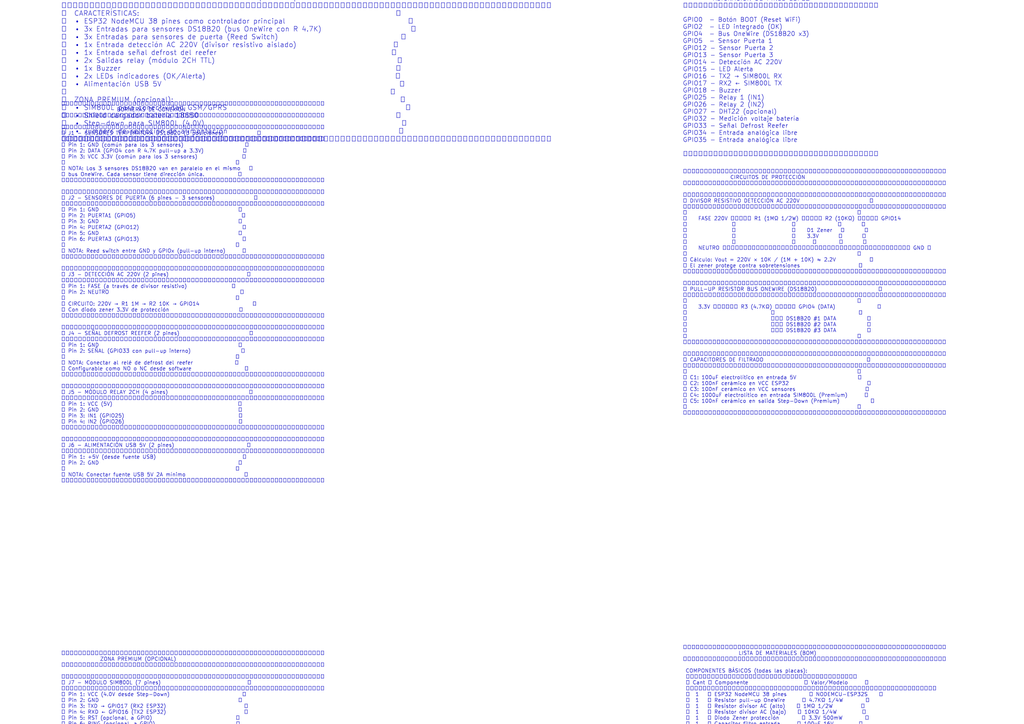
<source format=kicad_sch>
(kicad_sch (version 20230121) (generator eeschema)
  (paper "A3")
  (title_block (title "FrioSeguro - Sistema Monitoreo Reefer") (date "2026-01-13") (rev "1.0") (company "Pandemonium Tech / Pan American Silver") (comment 1 "PCB Modular: Versión Básica y Premium") (comment 2 "Diseñado para ESP32 NodeMCU 38 pines"))
  (lib_symbols)
  (text "╔══════════════════════════════════════════════════════════════════════════════════════╗\n║                           FRIOSEGURO PCB v1.0 - ESQUEMÁTICO                          ║\n║                      Sistema de Monitoreo de Temperatura para Reefers                 ║\n╠══════════════════════════════════════════════════════════════════════════════════════╣\n║  CARACTERÍSTICAS:                                                                     ║\n║  • ESP32 NodeMCU 38 pines como controlador principal                                 ║\n║  • 3x Entradas para sensores DS18B20 (bus OneWire con R 4.7K)                        ║\n║  • 3x Entradas para sensores de puerta (Reed Switch)                                 ║\n║  • 1x Entrada detección AC 220V (divisor resistivo aislado)                          ║\n║  • 1x Entrada señal defrost del reefer                                               ║\n║  • 2x Salidas relay (módulo 2CH TTL)                                                 ║\n║  • 1x Buzzer                                                                          ║\n║  • 2x LEDs indicadores (OK/Alerta)                                                   ║\n║  • Alimentación USB 5V                                                                ║\n║                                                                                       ║\n║  ZONA PREMIUM (opcional):                                                             ║\n║  • SIM800L para conectividad GSM/GPRS                                                ║\n║  • Shield cargador batería 18650                                                     ║\n║  • Step-down para SIM800L (4.0V)                                                     ║\n║  • Jumpers de selección de alimentación                                              ║\n╚══════════════════════════════════════════════════════════════════════════════════════╝" (at 25 25 0) (effects (font (size 2 2)) (justify left)))
  (text "═══════════════════════════════════════\n         ASIGNACIÓN DE PINES ESP32\n═══════════════════════════════════════\n\nGPIO0  - Botón BOOT (Reset WiFi)\nGPIO2  - LED integrado (OK)\nGPIO4  - Bus OneWire (DS18B20 x3)\nGPIO5  - Sensor Puerta 1\nGPIO12 - Sensor Puerta 2\nGPIO13 - Sensor Puerta 3\nGPIO14 - Detección AC 220V\nGPIO15 - LED Alerta\nGPIO16 - TX2 → SIM800L RX\nGPIO17 - RX2 ← SIM800L TX\nGPIO18 - Buzzer\nGPIO25 - Relay 1 (IN1)\nGPIO26 - Relay 2 (IN2)\nGPIO27 - DHT22 (opcional)\nGPIO32 - Medición voltaje batería\nGPIO33 - Señal Defrost Reefer\nGPIO34 - Entrada analógica libre\nGPIO35 - Entrada analógica libre\n\n═══════════════════════════════════════" (at 280 30 0) (effects (font (size 1.8 1.8)) (justify left)))
  (text "═══════════════════════════════════════════════════════════════\n                    BORNERAS DE CONEXIÓN\n═══════════════════════════════════════════════════════════════\n\n┌─────────────────────────────────────────────────────────────┐\n│ J1 - SENSORES TEMPERATURA DS18B20 (3 posiciones)            │\n├─────────────────────────────────────────────────────────────┤\n│ Pin 1: GND (común para los 3 sensores)                      │\n│ Pin 2: DATA (GPIO4 con R 4.7K pull-up a 3.3V)              │\n│ Pin 3: VCC 3.3V (común para los 3 sensores)                │\n│                                                             │\n│ NOTA: Los 3 sensores DS18B20 van en paralelo en el mismo   │\n│ bus OneWire. Cada sensor tiene dirección única.            │\n└─────────────────────────────────────────────────────────────┘\n\n┌─────────────────────────────────────────────────────────────┐\n│ J2 - SENSORES DE PUERTA (6 pines - 3 sensores)              │\n├─────────────────────────────────────────────────────────────┤\n│ Pin 1: GND                                                  │\n│ Pin 2: PUERTA1 (GPIO5)                                      │\n│ Pin 3: GND                                                  │\n│ Pin 4: PUERTA2 (GPIO12)                                     │\n│ Pin 5: GND                                                  │\n│ Pin 6: PUERTA3 (GPIO13)                                     │\n│                                                             │\n│ NOTA: Reed switch entre GND y GPIOx (pull-up interno)      │\n└─────────────────────────────────────────────────────────────┘\n\n┌─────────────────────────────────────────────────────────────┐\n│ J3 - DETECCIÓN AC 220V (2 pines)                            │\n├─────────────────────────────────────────────────────────────┤\n│ Pin 1: FASE (a través de divisor resistivo)                │\n│ Pin 2: NEUTRO                                               │\n│                                                             │\n│ CIRCUITO: 220V → R1 1M → R2 10K → GPIO14                   │\n│ Con diodo zener 3.3V de protección                         │\n└─────────────────────────────────────────────────────────────┘\n\n┌─────────────────────────────────────────────────────────────┐\n│ J4 - SEÑAL DEFROST REEFER (2 pines)                         │\n├─────────────────────────────────────────────────────────────┤\n│ Pin 1: GND                                                  │\n│ Pin 2: SEÑAL (GPIO33 con pull-up interno)                  │\n│                                                             │\n│ NOTA: Conectar al relé de defrost del reefer               │\n│ Configurable como NO o NC desde software                   │\n└─────────────────────────────────────────────────────────────┘\n\n┌─────────────────────────────────────────────────────────────┐\n│ J5 - MÓDULO RELAY 2CH (4 pines)                             │\n├─────────────────────────────────────────────────────────────┤\n│ Pin 1: VCC (5V)                                             │\n│ Pin 2: GND                                                  │\n│ Pin 3: IN1 (GPIO25)                                         │\n│ Pin 4: IN2 (GPIO26)                                         │\n└─────────────────────────────────────────────────────────────┘\n\n┌─────────────────────────────────────────────────────────────┐\n│ J6 - ALIMENTACIÓN USB 5V (2 pines)                          │\n├─────────────────────────────────────────────────────────────┤\n│ Pin 1: +5V (desde fuente USB)                               │\n│ Pin 2: GND                                                  │\n│                                                             │\n│ NOTA: Conectar fuente USB 5V 2A mínimo                     │\n└─────────────────────────────────────────────────────────────┘" (at 25 120 0) (effects (font (size 1.5 1.5)) (justify left)))
  (text "═══════════════════════════════════════════════════════════════\n              ZONA PREMIUM (OPCIONAL)\n═══════════════════════════════════════════════════════════════\n\n┌─────────────────────────────────────────────────────────────┐\n│ J7 - MÓDULO SIM800L (7 pines)                               │\n├─────────────────────────────────────────────────────────────┤\n│ Pin 1: VCC (4.0V desde Step-Down)                          │\n│ Pin 2: GND                                                  │\n│ Pin 3: TXD → GPIO17 (RX2 ESP32)                            │\n│ Pin 4: RXD ← GPIO16 (TX2 ESP32)                            │\n│ Pin 5: RST (opcional, a GPIO)                              │\n│ Pin 6: RING (opcional, a GPIO)                             │\n│ Pin 7: DTR (opcional)                                       │\n│                                                             │\n│ ⚠️ IMPORTANTE: SIM800L requiere 4.0V y picos de 2A        │\n│ Usar Step-Down MP1584 configurado a 4.0V                   │\n│ Capacitor 1000uF en entrada del SIM800L                    │\n└─────────────────────────────────────────────────────────────┘\n\n┌─────────────────────────────────────────────────────────────┐\n│ J8 - SHIELD CARGADOR 18650 (4 pines)                        │\n├─────────────────────────────────────────────────────────────┤\n│ Pin 1: VIN (5V desde USB)                                   │\n│ Pin 2: GND                                                  │\n│ Pin 3: VBAT+ (salida batería ~3.7-4.2V)                    │\n│ Pin 4: VBAT- (GND batería)                                 │\n│                                                             │\n│ NOTA: El shield tiene protección de carga/descarga         │\n└─────────────────────────────────────────────────────────────┘\n\n┌─────────────────────────────────────────────────────────────┐\n│ JP1 - JUMPER SELECCIÓN ALIMENTACIÓN                         │\n├─────────────────────────────────────────────────────────────┤\n│ Posición 1-2: Alimentación directa USB 5V                  │\n│ Posición 2-3: Alimentación desde batería 18650             │\n└─────────────────────────────────────────────────────────────┘\n\n┌─────────────────────────────────────────────────────────────┐\n│ JP2 - JUMPER HABILITACIÓN SIM800L                           │\n├─────────────────────────────────────────────────────────────┤\n│ Cerrado: SIM800L habilitado                                │\n│ Abierto: SIM800L deshabilitado (ahorro energía)           │\n└─────────────────────────────────────────────────────────────┘" (at 25 320 0) (effects (font (size 1.5 1.5)) (justify left)))
  (text "═══════════════════════════════════════════════════════════════\n                 CIRCUITOS DE PROTECCIÓN\n═══════════════════════════════════════════════════════════════\n\n┌─────────────────────────────────────────────────────────────┐\n│ DIVISOR RESISTIVO DETECCIÓN AC 220V                         │\n├─────────────────────────────────────────────────────────────┤\n│                                                             │\n│    FASE 220V ──┬── R1 (1MΩ 1/2W) ──┬── R2 (10KΩ) ──┬── GPIO14\n│                │                    │               │       │\n│                │                    │    D1 Zener   │       │\n│                │                    │    3.3V       │       │\n│                │                    │      │        │       │\n│    NEUTRO ─────┴────────────────────┴──────┴────────┴── GND │\n│                                                             │\n│ Cálculo: Vout = 220V × 10K / (1M + 10K) ≈ 2.2V            │\n│ El zener protege contra sobretensiones                     │\n└─────────────────────────────────────────────────────────────┘\n\n┌─────────────────────────────────────────────────────────────┐\n│ PULL-UP RESISTOR BUS ONEWIRE (DS18B20)                      │\n├─────────────────────────────────────────────────────────────┤\n│                                                             │\n│    3.3V ────── R3 (4.7KΩ) ──┬── GPIO4 (DATA)               │\n│                              │                              │\n│                              ├── DS18B20 #1 DATA           │\n│                              ├── DS18B20 #2 DATA           │\n│                              └── DS18B20 #3 DATA           │\n│                                                             │\n└─────────────────────────────────────────────────────────────┘\n\n┌─────────────────────────────────────────────────────────────┐\n│ CAPACITORES DE FILTRADO                                     │\n├─────────────────────────────────────────────────────────────┤\n│                                                             │\n│ C1: 100uF electrolítico en entrada 5V                      │\n│ C2: 100nF cerámico en VCC ESP32                            │\n│ C3: 100nF cerámico en VCC sensores                         │\n│ C4: 1000uF electrolítico en entrada SIM800L (Premium)      │\n│ C5: 100nF cerámico en salida Step-Down (Premium)           │\n│                                                             │\n└─────────────────────────────────────────────────────────────┘" (at 280 120 0) (effects (font (size 1.5 1.5)) (justify left)))
  (text "═══════════════════════════════════════════════════════════════\n                    LISTA DE MATERIALES (BOM)\n═══════════════════════════════════════════════════════════════\n\n COMPONENTES BÁSICOS (todas las placas):\n ─────────────────────────────────────────\n │ Cant │ Componente                    │ Valor/Modelo      │\n ├──────┼───────────────────────────────┼───────────────────┤\n │  1   │ ESP32 NodeMCU 38 pines        │ NODEMCU-ESP32S    │\n │  1   │ Resistor pull-up OneWire      │ 4.7KΩ 1/4W        │\n │  1   │ Resistor divisor AC (alto)    │ 1MΩ 1/2W          │\n │  1   │ Resistor divisor AC (bajo)    │ 10KΩ 1/4W         │\n │  1   │ Diodo Zener protección        │ 3.3V 500mW        │\n │  1   │ Capacitor filtro entrada      │ 100uF 16V         │\n │  2   │ Capacitor desacoplo           │ 100nF cerámico    │\n │  1   │ LED verde (OK)                │ 3mm verde         │\n │  1   │ LED rojo (Alerta)             │ 3mm rojo          │\n │  2   │ Resistor LED                  │ 330Ω 1/4W         │\n │  1   │ Buzzer activo                 │ 5V                │\n │  1   │ Bornera 3 pines (sensores)    │ 5.08mm pitch      │\n │  1   │ Bornera 6 pines (puertas)     │ 5.08mm pitch      │\n │  1   │ Bornera 2 pines (AC)          │ 5.08mm pitch      │\n │  1   │ Bornera 2 pines (defrost)     │ 5.08mm pitch      │\n │  1   │ Bornera 4 pines (relay)       │ 5.08mm pitch      │\n │  1   │ Bornera 2 pines (USB 5V)      │ 5.08mm pitch      │\n │  1   │ Módulo Relay 2CH TTL          │ 5V                │\n │  3   │ Sensor DS18B20                │ Sonda 2m          │\n │  3   │ Sensor magnético puerta       │ Reed switch       │\n └──────┴───────────────────────────────┴───────────────────┘\n\n COMPONENTES PREMIUM (solo placas con GSM/batería):\n ─────────────────────────────────────────────────────\n │ Cant │ Componente                    │ Valor/Modelo      │\n ├──────┼───────────────────────────────┼───────────────────┤\n │  1   │ Módulo SIM800L                │ Con antena        │\n │  1   │ Shield cargador 18650         │ Con protección    │\n │  1   │ Batería 18650                 │ 2600mAh           │\n │  1   │ Step-Down MP1584              │ Ajustado a 4.0V   │\n │  1   │ Capacitor SIM800L             │ 1000uF 10V        │\n │  1   │ Capacitor Step-Down           │ 100nF cerámico    │\n │  1   │ Header 3 pines (jumper alim)  │ 2.54mm            │\n │  1   │ Header 2 pines (jumper SIM)   │ 2.54mm            │\n │  2   │ Jumper                        │ 2.54mm            │\n │  1   │ Bornera 7 pines (SIM800L)     │ 2.54mm pitch      │\n │  1   │ Bornera 4 pines (batería)     │ 2.54mm pitch      │\n └──────┴───────────────────────────────┴───────────────────┘" (at 280 320 0) (effects (font (size 1.5 1.5)) (justify left)))
)
</source>
